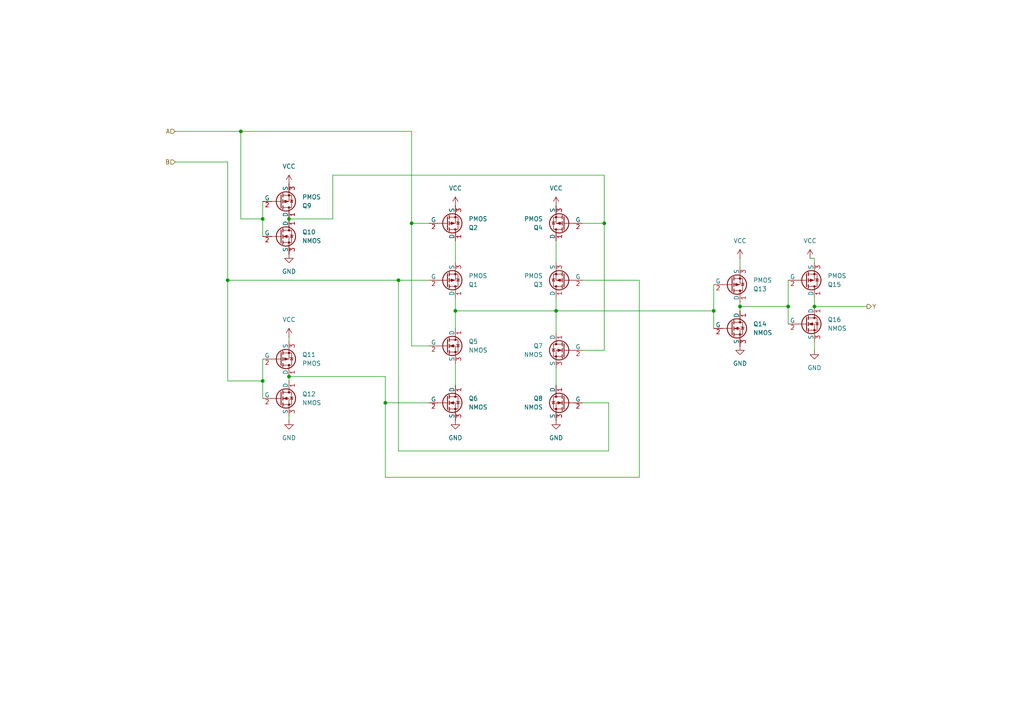
<source format=kicad_sch>
(kicad_sch (version 20250114) (generator "eeschema") (generator_version "9.0")
  (paper "A4")
  (lib_symbols
    (symbol "Simulation_SPICE:NMOS" (pin_names (offset 0))
      (property "Reference" "Q" (at 5.08 1.27 0))
      (property "Value" "NMOS" (at 5.08 -1.27 0))
      (symbol "NMOS_0_1"
        (polyline (pts (xy 0.254 1.905) (xy 0.254 -1.905)) (stroke (width 0.254)))
        (polyline (pts (xy 0.254 0) (xy -2.54 0)))
        (polyline (pts (xy 0.762 2.286) (xy 0.762 1.27)) (stroke (width 0.254)))
        (polyline (pts (xy 0.762 0.508) (xy 0.762 -0.508)) (stroke (width 0.254)))
        (polyline (pts (xy 0.762 -1.27) (xy 0.762 -2.286)) (stroke (width 0.254)))
        (polyline (pts (xy 0.762 -1.778) (xy 3.302 -1.778) (xy 3.302 1.778) (xy 0.762 1.778)))
        (polyline (pts (xy 1.016 0) (xy 2.032 0.381) (xy 2.032 -0.381) (xy 1.016 0)) (fill (type outline)))
        (circle (center 1.651 0) (radius 2.794) (stroke (width 0.254)))
        (polyline (pts (xy 2.54 2.54) (xy 2.54 1.778)))
        (circle (center 2.54 1.778) (radius 0.254) (fill (type outline)))
        (circle (center 2.54 -1.778) (radius 0.254) (fill (type outline)))
        (polyline (pts (xy 2.54 -2.54) (xy 2.54 0) (xy 0.762 0)))
        (polyline (pts (xy 2.794 0.508) (xy 2.921 0.381) (xy 3.683 0.381) (xy 3.81 0.254)))
        (polyline (pts (xy 3.302 0.381) (xy 2.921 -0.254) (xy 3.683 -0.254) (xy 3.302 0.381)))
      )
      (symbol "NMOS_1_1"
        (pin input line (at -5.08 0 0) (length 2.54) (name "G") (number "2"))
        (pin passive line (at 2.54 5.08 270) (length 2.54) (name "D") (number "1"))
        (pin passive line (at 2.54 -5.08 90) (length 2.54) (name "S") (number "3"))
      )
    )
    (symbol "Simulation_SPICE:PMOS" (pin_names (offset 0))
      (property "Reference" "Q" (at 5.08 1.27 0))
      (property "Value" "PMOS" (at 5.08 -1.27 0))
      (symbol "PMOS_0_1"
        (polyline (pts (xy 0.254 1.905) (xy 0.254 -1.905)) (stroke (width 0.254)))
        (polyline (pts (xy 0.254 0) (xy -2.54 0)))
        (polyline (pts (xy 0.762 2.286) (xy 0.762 1.27)) (stroke (width 0.254)))
        (polyline (pts (xy 0.762 1.778) (xy 3.302 1.778) (xy 3.302 -1.778) (xy 0.762 -1.778)))
        (polyline (pts (xy 0.762 0.508) (xy 0.762 -0.508)) (stroke (width 0.254)))
        (polyline (pts (xy 0.762 -1.27) (xy 0.762 -2.286)) (stroke (width 0.254)))
        (circle (center 1.651 0) (radius 2.794) (stroke (width 0.254)))
        (polyline (pts (xy 2.286 0) (xy 1.27 0.381) (xy 1.27 -0.381) (xy 2.286 0)) (fill (type outline)))
        (polyline (pts (xy 2.54 2.54) (xy 2.54 1.778)))
        (circle (center 2.54 1.778) (radius 0.254) (fill (type outline)))
        (circle (center 2.54 -1.778) (radius 0.254) (fill (type outline)))
        (polyline (pts (xy 2.54 -2.54) (xy 2.54 0) (xy 0.762 0)))
        (polyline (pts (xy 2.794 -0.508) (xy 2.921 -0.381) (xy 3.683 -0.381) (xy 3.81 -0.254)))
        (polyline (pts (xy 3.302 -0.381) (xy 2.921 0.254) (xy 3.683 0.254) (xy 3.302 -0.381)))
      )
      (symbol "PMOS_1_1"
        (pin input line (at -5.08 0 0) (length 2.54) (name "G") (number "2"))
        (pin passive line (at 2.54 5.08 270) (length 2.54) (name "D") (number "1"))
        (pin passive line (at 2.54 -5.08 90) (length 2.54) (name "S") (number "3"))
      )
    )
    (symbol "power:GND" (power) (pin_numbers (hide yes)) (pin_names (offset 0) (hide yes))
      (property "Value" "GND" (at 0 -3.81 0))
      (symbol "GND_0_1"
        (polyline (pts (xy 0 0) (xy 0 -1.27) (xy 1.27 -1.27) (xy 0 -2.54) (xy -1.27 -1.27) (xy 0 -1.27)))
      )
      (symbol "GND_1_1"
        (pin power_in line (at 0 0 270) (length 0) (name "~") (number "1"))
      )
    )
    (symbol "power:VCC" (power) (pin_numbers (hide yes)) (pin_names (offset 0) (hide yes))
      (property "Value" "VCC" (at 0 3.556 0))
      (symbol "VCC_0_1"
        (polyline (pts (xy -0.762 1.27) (xy 0 2.54)))
        (polyline (pts (xy 0 2.54) (xy 0.762 1.27)))
        (polyline (pts (xy 0 0) (xy 0 2.54)))
      )
      (symbol "VCC_1_1"
        (pin power_in line (at 0 0 90) (length 0) (name "~") (number "1"))
      )
    )
  )
  (junction (at 83.82 63.5))
  (junction (at 236.22 88.9))
  (junction (at 161.29 90.17))
  (junction (at 115.57 81.28))
  (junction (at 69.85 38.1))
  (junction (at 207.01 90.17))
  (junction (at 228.6 88.9))
  (junction (at 111.76 116.84))
  (junction (at 119.38 64.77))
  (junction (at 76.2 63.5))
  (junction (at 83.82 109.22))
  (junction (at 175.26 64.77))
  (junction (at 214.63 88.9))
  (junction (at 132.08 90.17))
  (junction (at 66.04 81.28))
  (junction (at 76.2 110.49))
  (wire (pts (xy 124.46 116.84) (xy 111.76 116.84)))
  (wire (pts (xy 236.22 74.93) (xy 234.95 74.93)))
  (wire (pts (xy 236.22 86.36) (xy 236.22 88.9)))
  (wire (pts (xy 132.08 105.41) (xy 132.08 111.76)))
  (wire (pts (xy 236.22 88.9) (xy 251.46 88.9)))
  (wire (pts (xy 111.76 109.22) (xy 111.76 116.84)))
  (wire (pts (xy 115.57 81.28) (xy 115.57 130.81)))
  (wire (pts (xy 119.38 100.33) (xy 124.46 100.33)))
  (wire (pts (xy 185.42 81.28) (xy 168.91 81.28)))
  (wire (pts (xy 50.8 46.99) (xy 66.04 46.99)))
  (wire (pts (xy 83.82 109.22) (xy 111.76 109.22)))
  (wire (pts (xy 161.29 90.17) (xy 207.01 90.17)))
  (wire (pts (xy 66.04 81.28) (xy 115.57 81.28)))
  (wire (pts (xy 207.01 82.55) (xy 207.01 90.17)))
  (wire (pts (xy 132.08 76.2) (xy 132.08 69.85)))
  (wire (pts (xy 176.53 130.81) (xy 176.53 116.84)))
  (wire (pts (xy 161.29 106.68) (xy 161.29 111.76)))
  (wire (pts (xy 96.52 63.5) (xy 96.52 50.8)))
  (wire (pts (xy 66.04 46.99) (xy 66.04 81.28)))
  (wire (pts (xy 66.04 81.28) (xy 66.04 110.49)))
  (wire (pts (xy 161.29 86.36) (xy 161.29 90.17)))
  (wire (pts (xy 132.08 90.17) (xy 161.29 90.17)))
  (wire (pts (xy 50.8 38.1) (xy 69.85 38.1)))
  (wire (pts (xy 76.2 104.14) (xy 76.2 110.49)))
  (wire (pts (xy 214.63 88.9) (xy 214.63 90.17)))
  (wire (pts (xy 96.52 50.8) (xy 175.26 50.8)))
  (wire (pts (xy 168.91 64.77) (xy 175.26 64.77)))
  (wire (pts (xy 185.42 138.43) (xy 185.42 81.28)))
  (wire (pts (xy 236.22 99.06) (xy 236.22 101.6)))
  (wire (pts (xy 111.76 116.84) (xy 111.76 138.43)))
  (wire (pts (xy 175.26 50.8) (xy 175.26 64.77)))
  (wire (pts (xy 115.57 130.81) (xy 176.53 130.81)))
  (wire (pts (xy 69.85 38.1) (xy 69.85 63.5)))
  (wire (pts (xy 83.82 63.5) (xy 96.52 63.5)))
  (wire (pts (xy 66.04 110.49) (xy 76.2 110.49)))
  (wire (pts (xy 236.22 76.2) (xy 236.22 74.93)))
  (wire (pts (xy 83.82 110.49) (xy 83.82 109.22)))
  (wire (pts (xy 83.82 99.06) (xy 83.82 97.79)))
  (wire (pts (xy 228.6 88.9) (xy 228.6 93.98)))
  (wire (pts (xy 132.08 86.36) (xy 132.08 90.17)))
  (wire (pts (xy 207.01 90.17) (xy 207.01 95.25)))
  (wire (pts (xy 161.29 69.85) (xy 161.29 76.2)))
  (wire (pts (xy 214.63 88.9) (xy 228.6 88.9)))
  (wire (pts (xy 111.76 138.43) (xy 185.42 138.43)))
  (wire (pts (xy 119.38 64.77) (xy 119.38 100.33)))
  (wire (pts (xy 124.46 81.28) (xy 115.57 81.28)))
  (wire (pts (xy 69.85 63.5) (xy 76.2 63.5)))
  (wire (pts (xy 119.38 38.1) (xy 119.38 64.77)))
  (wire (pts (xy 124.46 64.77) (xy 119.38 64.77)))
  (wire (pts (xy 176.53 116.84) (xy 168.91 116.84)))
  (wire (pts (xy 175.26 64.77) (xy 175.26 101.6)))
  (wire (pts (xy 175.26 101.6) (xy 168.91 101.6)))
  (wire (pts (xy 214.63 87.63) (xy 214.63 88.9)))
  (wire (pts (xy 69.85 38.1) (xy 119.38 38.1)))
  (wire (pts (xy 132.08 90.17) (xy 132.08 95.25)))
  (wire (pts (xy 161.29 90.17) (xy 161.29 96.52)))
  (wire (pts (xy 228.6 81.28) (xy 228.6 88.9)))
  (wire (pts (xy 214.63 74.93) (xy 214.63 77.47)))
  (wire (pts (xy 76.2 63.5) (xy 76.2 68.58)))
  (wire (pts (xy 76.2 58.42) (xy 76.2 63.5)))
  (wire (pts (xy 83.82 121.92) (xy 83.82 120.65)))
  (wire (pts (xy 76.2 110.49) (xy 76.2 115.57)))
  (hierarchical_label "A" (shape input) (at 50.8 38.1 180))
  (hierarchical_label "B" (shape input) (at 50.8 46.99 180))
  (hierarchical_label "Y" (shape output) (at 251.46 88.9 0))
  (symbol (lib_id "Simulation_SPICE:NMOS") (at 81.28 115.57 0) (unit 1)
    (property "Reference" "Q12" (at 87.63 114.2999 0) (effects (justify left)))
    (property "Value" "NMOS" (at 87.63 116.8399 0) (effects (justify left)))
    (property "Footprint" "Package_TO_SOT_SMD:TSOT-23" (effects (hide yes)))
    (property "Datasheet" "https://ngspice.sourceforge.io/docs/ngspice-html-manual/manual.xhtml#cha_MOSFETs" (effects (hide yes)))
    (property "Description" "N-MOSFET transistor, drain/source/gate" (effects (hide yes)))
    (property "Sim.Device" "NMOS" (effects (hide yes)))
    (property "Sim.Type" "MOS1" (effects (hide yes)))
    (property "Sim.Pins" "1=D 2=G 3=S" (effects (hide yes)))
  )
  (symbol (lib_id "Simulation_SPICE:PMOS") (at 233.68 81.28 0) (mirror x) (unit 1)
    (property "Reference" "Q15" (at 240.03 82.5501 0) (effects (justify left)))
    (property "Value" "PMOS" (at 240.03 80.0101 0) (effects (justify left)))
    (property "Footprint" "Package_TO_SOT_SMD:TSOT-23" (effects (hide yes)))
    (property "Datasheet" "https://ngspice.sourceforge.io/docs/ngspice-html-manual/manual.xhtml#cha_MOSFETs" (effects (hide yes)))
    (property "Description" "P-MOSFET transistor, drain/source/gate" (effects (hide yes)))
    (property "Sim.Device" "PMOS" (effects (hide yes)))
    (property "Sim.Type" "MOS1" (effects (hide yes)))
    (property "Sim.Pins" "1=D 2=G 3=S" (effects (hide yes)))
  )
  (symbol (lib_id "Simulation_SPICE:NMOS") (at 81.28 68.58 0) (unit 1)
    (property "Reference" "Q10" (at 87.63 67.3099 0) (effects (justify left)))
    (property "Value" "NMOS" (at 87.63 69.8499 0) (effects (justify left)))
    (property "Footprint" "Package_TO_SOT_SMD:TSOT-23" (effects (hide yes)))
    (property "Datasheet" "https://ngspice.sourceforge.io/docs/ngspice-html-manual/manual.xhtml#cha_MOSFETs" (effects (hide yes)))
    (property "Description" "N-MOSFET transistor, drain/source/gate" (effects (hide yes)))
    (property "Sim.Device" "NMOS" (effects (hide yes)))
    (property "Sim.Type" "MOS1" (effects (hide yes)))
    (property "Sim.Pins" "1=D 2=G 3=S" (effects (hide yes)))
  )
  (symbol (lib_id "power:VCC") (at 83.82 97.79 0) (unit 1)
    (property "Reference" "#PWR4" (effects (hide yes)))
    (property "Value" "VCC" (at 83.82 92.71 0))
    (property "Description" "Power symbol creates a global label with name \"VCC\"" (effects (hide yes)))
  )
  (symbol (lib_id "Simulation_SPICE:PMOS") (at 129.54 64.77 0) (mirror x) (unit 1)
    (property "Reference" "Q2" (at 135.89 66.0401 0) (effects (justify left)))
    (property "Value" "PMOS" (at 135.89 63.5001 0) (effects (justify left)))
    (property "Footprint" "Package_TO_SOT_SMD:TSOT-23" (effects (hide yes)))
    (property "Datasheet" "https://ngspice.sourceforge.io/docs/ngspice-html-manual/manual.xhtml#cha_MOSFETs" (effects (hide yes)))
    (property "Description" "P-MOSFET transistor, drain/source/gate" (effects (hide yes)))
    (property "Sim.Device" "PMOS" (effects (hide yes)))
    (property "Sim.Type" "MOS1" (effects (hide yes)))
    (property "Sim.Pins" "1=D 2=G 3=S" (effects (hide yes)))
  )
  (symbol (lib_id "power:GND") (at 83.82 73.66 0) (unit 1)
    (property "Reference" "#PWR2" (effects (hide yes)))
    (property "Value" "GND" (at 83.82 78.74 0))
    (property "Description" "Power symbol creates a global label with name \"GND\" , ground" (effects (hide yes)))
  )
  (symbol (lib_id "Simulation_SPICE:NMOS") (at 129.54 100.33 0) (unit 1)
    (property "Reference" "Q5" (at 135.89 99.0599 0) (effects (justify left)))
    (property "Value" "NMOS" (at 135.89 101.5999 0) (effects (justify left)))
    (property "Footprint" "Package_TO_SOT_SMD:TSOT-23" (effects (hide yes)))
    (property "Datasheet" "https://ngspice.sourceforge.io/docs/ngspice-html-manual/manual.xhtml#cha_MOSFETs" (effects (hide yes)))
    (property "Description" "N-MOSFET transistor, drain/source/gate" (effects (hide yes)))
    (property "Sim.Device" "NMOS" (effects (hide yes)))
    (property "Sim.Type" "MOS1" (effects (hide yes)))
    (property "Sim.Pins" "1=D 2=G 3=S" (effects (hide yes)))
  )
  (symbol (lib_id "Simulation_SPICE:NMOS") (at 233.68 93.98 0) (unit 1)
    (property "Reference" "Q16" (at 240.03 92.7099 0) (effects (justify left)))
    (property "Value" "NMOS" (at 240.03 95.2499 0) (effects (justify left)))
    (property "Footprint" "Package_TO_SOT_SMD:TSOT-23" (effects (hide yes)))
    (property "Datasheet" "https://ngspice.sourceforge.io/docs/ngspice-html-manual/manual.xhtml#cha_MOSFETs" (effects (hide yes)))
    (property "Description" "N-MOSFET transistor, drain/source/gate" (effects (hide yes)))
    (property "Sim.Device" "NMOS" (effects (hide yes)))
    (property "Sim.Type" "MOS1" (effects (hide yes)))
    (property "Sim.Pins" "1=D 2=G 3=S" (effects (hide yes)))
  )
  (symbol (lib_id "power:GND") (at 83.82 121.92 0) (unit 1)
    (property "Reference" "#PWR11" (effects (hide yes)))
    (property "Value" "GND" (at 83.82 127 0))
    (property "Description" "Power symbol creates a global label with name \"GND\" , ground" (effects (hide yes)))
  )
  (symbol (lib_id "power:VCC") (at 234.95 74.93 0) (unit 1)
    (property "Reference" "#PWR8" (effects (hide yes)))
    (property "Value" "VCC" (at 234.95 69.85 0))
    (property "Description" "Power symbol creates a global label with name \"VCC\"" (effects (hide yes)))
  )
  (symbol (lib_id "power:VCC") (at 83.82 53.34 0) (unit 1)
    (property "Reference" "#PWR3" (effects (hide yes)))
    (property "Value" "VCC" (at 83.82 48.26 0))
    (property "Description" "Power symbol creates a global label with name \"VCC\"" (effects (hide yes)))
  )
  (symbol (lib_id "Simulation_SPICE:NMOS") (at 163.83 101.6 0) (mirror y) (unit 1)
    (property "Reference" "Q7" (at 157.48 100.3299 0) (effects (justify left)))
    (property "Value" "NMOS" (at 157.48 102.8699 0) (effects (justify left)))
    (property "Footprint" "Package_TO_SOT_SMD:TSOT-23" (effects (hide yes)))
    (property "Datasheet" "https://ngspice.sourceforge.io/docs/ngspice-html-manual/manual.xhtml#cha_MOSFETs" (effects (hide yes)))
    (property "Description" "N-MOSFET transistor, drain/source/gate" (effects (hide yes)))
    (property "Sim.Device" "NMOS" (effects (hide yes)))
    (property "Sim.Type" "MOS1" (effects (hide yes)))
    (property "Sim.Pins" "1=D 2=G 3=S" (effects (hide yes)))
  )
  (symbol (lib_id "power:GND") (at 214.63 100.33 0) (unit 1)
    (property "Reference" "#PWR9" (effects (hide yes)))
    (property "Value" "GND" (at 214.63 105.41 0))
    (property "Description" "Power symbol creates a global label with name \"GND\" , ground" (effects (hide yes)))
  )
  (symbol (lib_id "power:GND") (at 132.08 121.92 0) (unit 1)
    (property "Reference" "#PWR12" (effects (hide yes)))
    (property "Value" "GND" (at 132.08 127 0))
    (property "Description" "Power symbol creates a global label with name \"GND\" , ground" (effects (hide yes)))
  )
  (symbol (lib_id "power:VCC") (at 132.08 59.69 0) (unit 1)
    (property "Reference" "#PWR6" (effects (hide yes)))
    (property "Value" "VCC" (at 132.08 54.61 0))
    (property "Description" "Power symbol creates a global label with name \"VCC\"" (effects (hide yes)))
  )
  (symbol (lib_id "power:GND") (at 236.22 101.6 0) (unit 1)
    (property "Reference" "#PWR10" (effects (hide yes)))
    (property "Value" "GND" (at 236.22 106.68 0))
    (property "Description" "Power symbol creates a global label with name \"GND\" , ground" (effects (hide yes)))
  )
  (symbol (lib_id "power:VCC") (at 161.29 59.69 0) (unit 1)
    (property "Reference" "#PWR5" (effects (hide yes)))
    (property "Value" "VCC" (at 161.29 54.61 0))
    (property "Description" "Power symbol creates a global label with name \"VCC\"" (effects (hide yes)))
  )
  (symbol (lib_id "Simulation_SPICE:PMOS") (at 163.83 64.77 180) (unit 1)
    (property "Reference" "Q4" (at 157.48 66.0401 0) (effects (justify left)))
    (property "Value" "PMOS" (at 157.48 63.5001 0) (effects (justify left)))
    (property "Footprint" "Package_TO_SOT_SMD:TSOT-23" (effects (hide yes)))
    (property "Datasheet" "https://ngspice.sourceforge.io/docs/ngspice-html-manual/manual.xhtml#cha_MOSFETs" (effects (hide yes)))
    (property "Description" "P-MOSFET transistor, drain/source/gate" (effects (hide yes)))
    (property "Sim.Device" "PMOS" (effects (hide yes)))
    (property "Sim.Type" "MOS1" (effects (hide yes)))
    (property "Sim.Pins" "1=D 2=G 3=S" (effects (hide yes)))
  )
  (symbol (lib_id "Simulation_SPICE:NMOS") (at 129.54 116.84 0) (unit 1)
    (property "Reference" "Q6" (at 135.89 115.5699 0) (effects (justify left)))
    (property "Value" "NMOS" (at 135.89 118.1099 0) (effects (justify left)))
    (property "Footprint" "Package_TO_SOT_SMD:TSOT-23" (effects (hide yes)))
    (property "Datasheet" "https://ngspice.sourceforge.io/docs/ngspice-html-manual/manual.xhtml#cha_MOSFETs" (effects (hide yes)))
    (property "Description" "N-MOSFET transistor, drain/source/gate" (effects (hide yes)))
    (property "Sim.Device" "NMOS" (effects (hide yes)))
    (property "Sim.Type" "MOS1" (effects (hide yes)))
    (property "Sim.Pins" "1=D 2=G 3=S" (effects (hide yes)))
  )
  (symbol (lib_id "Simulation_SPICE:NMOS") (at 212.09 95.25 0) (unit 1)
    (property "Reference" "Q14" (at 218.44 93.9799 0) (effects (justify left)))
    (property "Value" "NMOS" (at 218.44 96.5199 0) (effects (justify left)))
    (property "Footprint" "Package_TO_SOT_SMD:TSOT-23" (effects (hide yes)))
    (property "Datasheet" "https://ngspice.sourceforge.io/docs/ngspice-html-manual/manual.xhtml#cha_MOSFETs" (effects (hide yes)))
    (property "Description" "N-MOSFET transistor, drain/source/gate" (effects (hide yes)))
    (property "Sim.Device" "NMOS" (effects (hide yes)))
    (property "Sim.Type" "MOS1" (effects (hide yes)))
    (property "Sim.Pins" "1=D 2=G 3=S" (effects (hide yes)))
  )
  (symbol (lib_id "Simulation_SPICE:PMOS") (at 81.28 58.42 0) (mirror x) (unit 1)
    (property "Reference" "Q9" (at 87.63 59.6901 0) (effects (justify left)))
    (property "Value" "PMOS" (at 87.63 57.1501 0) (effects (justify left)))
    (property "Footprint" "Package_TO_SOT_SMD:TSOT-23" (effects (hide yes)))
    (property "Datasheet" "https://ngspice.sourceforge.io/docs/ngspice-html-manual/manual.xhtml#cha_MOSFETs" (effects (hide yes)))
    (property "Description" "P-MOSFET transistor, drain/source/gate" (effects (hide yes)))
    (property "Sim.Device" "PMOS" (effects (hide yes)))
    (property "Sim.Type" "MOS1" (effects (hide yes)))
    (property "Sim.Pins" "1=D 2=G 3=S" (effects (hide yes)))
  )
  (symbol (lib_id "Simulation_SPICE:PMOS") (at 163.83 81.28 180) (unit 1)
    (property "Reference" "Q3" (at 157.48 82.5501 0) (effects (justify left)))
    (property "Value" "PMOS" (at 157.48 80.0101 0) (effects (justify left)))
    (property "Footprint" "Package_TO_SOT_SMD:TSOT-23" (effects (hide yes)))
    (property "Datasheet" "https://ngspice.sourceforge.io/docs/ngspice-html-manual/manual.xhtml#cha_MOSFETs" (effects (hide yes)))
    (property "Description" "P-MOSFET transistor, drain/source/gate" (effects (hide yes)))
    (property "Sim.Device" "PMOS" (effects (hide yes)))
    (property "Sim.Type" "MOS1" (effects (hide yes)))
    (property "Sim.Pins" "1=D 2=G 3=S" (effects (hide yes)))
  )
  (symbol (lib_id "power:VCC") (at 214.63 74.93 0) (unit 1)
    (property "Reference" "#PWR7" (effects (hide yes)))
    (property "Value" "VCC" (at 214.63 69.85 0))
    (property "Description" "Power symbol creates a global label with name \"VCC\"" (effects (hide yes)))
  )
  (symbol (lib_id "Simulation_SPICE:PMOS") (at 81.28 104.14 0) (mirror x) (unit 1)
    (property "Reference" "Q11" (at 87.63 102.8699 0) (effects (justify left)))
    (property "Value" "PMOS" (at 87.63 105.4099 0) (effects (justify left)))
    (property "Footprint" "Package_TO_SOT_SMD:TSOT-23" (effects (hide yes)))
    (property "Datasheet" "https://ngspice.sourceforge.io/docs/ngspice-html-manual/manual.xhtml#cha_MOSFETs" (effects (hide yes)))
    (property "Description" "P-MOSFET transistor, drain/source/gate" (effects (hide yes)))
    (property "Sim.Device" "PMOS" (effects (hide yes)))
    (property "Sim.Type" "MOS1" (effects (hide yes)))
    (property "Sim.Pins" "1=D 2=G 3=S" (effects (hide yes)))
  )
  (symbol (lib_id "Simulation_SPICE:PMOS") (at 212.09 82.55 0) (mirror x) (unit 1)
    (property "Reference" "Q13" (at 218.44 83.8201 0) (effects (justify left)))
    (property "Value" "PMOS" (at 218.44 81.2801 0) (effects (justify left)))
    (property "Footprint" "Package_TO_SOT_SMD:TSOT-23" (effects (hide yes)))
    (property "Datasheet" "https://ngspice.sourceforge.io/docs/ngspice-html-manual/manual.xhtml#cha_MOSFETs" (effects (hide yes)))
    (property "Description" "P-MOSFET transistor, drain/source/gate" (effects (hide yes)))
    (property "Sim.Device" "PMOS" (effects (hide yes)))
    (property "Sim.Type" "MOS1" (effects (hide yes)))
    (property "Sim.Pins" "1=D 2=G 3=S" (effects (hide yes)))
  )
  (symbol (lib_id "Simulation_SPICE:PMOS") (at 129.54 81.28 0) (mirror x) (unit 1)
    (property "Reference" "Q1" (at 135.89 82.5501 0) (effects (justify left)))
    (property "Value" "PMOS" (at 135.89 80.0101 0) (effects (justify left)))
    (property "Footprint" "Package_TO_SOT_SMD:TSOT-23" (effects (hide yes)))
    (property "Datasheet" "https://ngspice.sourceforge.io/docs/ngspice-html-manual/manual.xhtml#cha_MOSFETs" (effects (hide yes)))
    (property "Description" "P-MOSFET transistor, drain/source/gate" (effects (hide yes)))
    (property "Sim.Device" "PMOS" (effects (hide yes)))
    (property "Sim.Type" "MOS1" (effects (hide yes)))
    (property "Sim.Pins" "1=D 2=G 3=S" (effects (hide yes)))
  )
  (symbol (lib_id "Simulation_SPICE:NMOS") (at 163.83 116.84 0) (mirror y) (unit 1)
    (property "Reference" "Q8" (at 157.48 115.5699 0) (effects (justify left)))
    (property "Value" "NMOS" (at 157.48 118.1099 0) (effects (justify left)))
    (property "Footprint" "Package_TO_SOT_SMD:TSOT-23" (effects (hide yes)))
    (property "Datasheet" "https://ngspice.sourceforge.io/docs/ngspice-html-manual/manual.xhtml#cha_MOSFETs" (effects (hide yes)))
    (property "Description" "N-MOSFET transistor, drain/source/gate" (effects (hide yes)))
    (property "Sim.Device" "NMOS" (effects (hide yes)))
    (property "Sim.Type" "MOS1" (effects (hide yes)))
    (property "Sim.Pins" "1=D 2=G 3=S" (effects (hide yes)))
  )
  (symbol (lib_id "power:GND") (at 161.29 121.92 0) (unit 1)
    (property "Reference" "#PWR1" (effects (hide yes)))
    (property "Value" "GND" (at 161.29 127 0))
    (property "Description" "Power symbol creates a global label with name \"GND\" , ground" (effects (hide yes)))
  )
)
</source>
